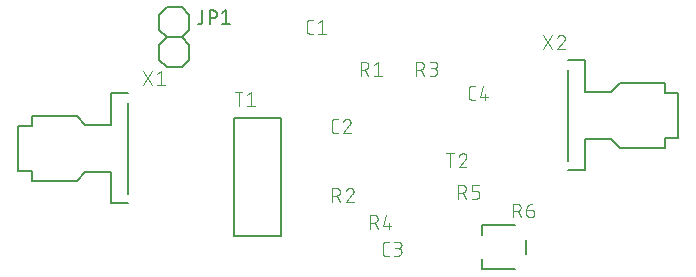
<source format=gbr>
G04 EAGLE Gerber RS-274X export*
G75*
%MOMM*%
%FSLAX34Y34*%
%LPD*%
%INSilkscreen Top*%
%IPPOS*%
%AMOC8*
5,1,8,0,0,1.08239X$1,22.5*%
G01*
%ADD10C,0.101600*%
%ADD11C,0.203200*%
%ADD12C,0.127000*%
%ADD13C,0.152400*%


D10*
X186756Y130048D02*
X184159Y130048D01*
X184060Y130050D01*
X183960Y130056D01*
X183861Y130065D01*
X183763Y130078D01*
X183665Y130095D01*
X183567Y130116D01*
X183471Y130141D01*
X183376Y130169D01*
X183282Y130201D01*
X183189Y130236D01*
X183097Y130275D01*
X183007Y130318D01*
X182919Y130363D01*
X182832Y130413D01*
X182748Y130465D01*
X182665Y130521D01*
X182585Y130579D01*
X182507Y130641D01*
X182432Y130706D01*
X182359Y130774D01*
X182289Y130844D01*
X182221Y130917D01*
X182156Y130992D01*
X182094Y131070D01*
X182036Y131150D01*
X181980Y131233D01*
X181928Y131317D01*
X181878Y131404D01*
X181833Y131492D01*
X181790Y131582D01*
X181751Y131674D01*
X181716Y131767D01*
X181684Y131861D01*
X181656Y131956D01*
X181631Y132052D01*
X181610Y132150D01*
X181593Y132248D01*
X181580Y132346D01*
X181571Y132445D01*
X181565Y132545D01*
X181563Y132644D01*
X181563Y139136D01*
X181565Y139235D01*
X181571Y139335D01*
X181580Y139434D01*
X181593Y139532D01*
X181610Y139630D01*
X181631Y139728D01*
X181656Y139824D01*
X181684Y139919D01*
X181716Y140013D01*
X181751Y140106D01*
X181790Y140198D01*
X181833Y140288D01*
X181878Y140376D01*
X181928Y140463D01*
X181980Y140547D01*
X182036Y140630D01*
X182094Y140710D01*
X182156Y140788D01*
X182221Y140863D01*
X182289Y140936D01*
X182359Y141006D01*
X182432Y141074D01*
X182507Y141139D01*
X182585Y141201D01*
X182665Y141259D01*
X182748Y141315D01*
X182832Y141367D01*
X182919Y141417D01*
X183007Y141462D01*
X183097Y141505D01*
X183189Y141544D01*
X183281Y141579D01*
X183376Y141611D01*
X183471Y141639D01*
X183567Y141664D01*
X183665Y141685D01*
X183763Y141702D01*
X183861Y141715D01*
X183960Y141724D01*
X184060Y141730D01*
X184159Y141732D01*
X186756Y141732D01*
X194691Y141732D02*
X194798Y141730D01*
X194904Y141724D01*
X195010Y141714D01*
X195116Y141701D01*
X195222Y141683D01*
X195326Y141662D01*
X195430Y141637D01*
X195533Y141608D01*
X195634Y141576D01*
X195734Y141539D01*
X195833Y141499D01*
X195931Y141456D01*
X196027Y141409D01*
X196121Y141358D01*
X196213Y141304D01*
X196303Y141247D01*
X196391Y141187D01*
X196476Y141123D01*
X196559Y141056D01*
X196640Y140986D01*
X196718Y140914D01*
X196794Y140838D01*
X196866Y140760D01*
X196936Y140679D01*
X197003Y140596D01*
X197067Y140511D01*
X197127Y140423D01*
X197184Y140333D01*
X197238Y140241D01*
X197289Y140147D01*
X197336Y140051D01*
X197379Y139953D01*
X197419Y139854D01*
X197456Y139754D01*
X197488Y139653D01*
X197517Y139550D01*
X197542Y139446D01*
X197563Y139342D01*
X197581Y139236D01*
X197594Y139130D01*
X197604Y139024D01*
X197610Y138918D01*
X197612Y138811D01*
X194691Y141732D02*
X194570Y141730D01*
X194449Y141724D01*
X194329Y141714D01*
X194208Y141701D01*
X194089Y141683D01*
X193969Y141662D01*
X193851Y141637D01*
X193734Y141608D01*
X193617Y141575D01*
X193502Y141539D01*
X193388Y141498D01*
X193275Y141455D01*
X193163Y141407D01*
X193054Y141356D01*
X192946Y141301D01*
X192839Y141243D01*
X192735Y141182D01*
X192633Y141117D01*
X192533Y141049D01*
X192435Y140978D01*
X192339Y140904D01*
X192246Y140827D01*
X192156Y140746D01*
X192068Y140663D01*
X191983Y140577D01*
X191900Y140488D01*
X191821Y140397D01*
X191744Y140303D01*
X191671Y140207D01*
X191601Y140109D01*
X191534Y140008D01*
X191470Y139905D01*
X191410Y139800D01*
X191353Y139693D01*
X191299Y139585D01*
X191249Y139475D01*
X191203Y139363D01*
X191160Y139250D01*
X191121Y139135D01*
X196639Y136539D02*
X196718Y136616D01*
X196794Y136697D01*
X196867Y136780D01*
X196937Y136865D01*
X197004Y136953D01*
X197068Y137043D01*
X197128Y137135D01*
X197185Y137230D01*
X197239Y137326D01*
X197290Y137424D01*
X197337Y137524D01*
X197381Y137626D01*
X197421Y137729D01*
X197457Y137833D01*
X197489Y137939D01*
X197518Y138045D01*
X197543Y138153D01*
X197565Y138261D01*
X197582Y138371D01*
X197596Y138480D01*
X197605Y138590D01*
X197611Y138701D01*
X197613Y138811D01*
X196638Y136539D02*
X191121Y130048D01*
X197612Y130048D01*
X227339Y25908D02*
X229936Y25908D01*
X227339Y25908D02*
X227240Y25910D01*
X227140Y25916D01*
X227041Y25925D01*
X226943Y25938D01*
X226845Y25955D01*
X226747Y25976D01*
X226651Y26001D01*
X226556Y26029D01*
X226462Y26061D01*
X226369Y26096D01*
X226277Y26135D01*
X226187Y26178D01*
X226099Y26223D01*
X226012Y26273D01*
X225928Y26325D01*
X225845Y26381D01*
X225765Y26439D01*
X225687Y26501D01*
X225612Y26566D01*
X225539Y26634D01*
X225469Y26704D01*
X225401Y26777D01*
X225336Y26852D01*
X225274Y26930D01*
X225216Y27010D01*
X225160Y27093D01*
X225108Y27177D01*
X225058Y27264D01*
X225013Y27352D01*
X224970Y27442D01*
X224931Y27534D01*
X224896Y27627D01*
X224864Y27721D01*
X224836Y27816D01*
X224811Y27912D01*
X224790Y28010D01*
X224773Y28108D01*
X224760Y28206D01*
X224751Y28305D01*
X224745Y28405D01*
X224743Y28504D01*
X224743Y34996D01*
X224745Y35095D01*
X224751Y35195D01*
X224760Y35294D01*
X224773Y35392D01*
X224790Y35490D01*
X224811Y35588D01*
X224836Y35684D01*
X224864Y35779D01*
X224896Y35873D01*
X224931Y35966D01*
X224970Y36058D01*
X225013Y36148D01*
X225058Y36236D01*
X225108Y36323D01*
X225160Y36407D01*
X225216Y36490D01*
X225274Y36570D01*
X225336Y36648D01*
X225401Y36723D01*
X225469Y36796D01*
X225539Y36866D01*
X225612Y36934D01*
X225687Y36999D01*
X225765Y37061D01*
X225845Y37119D01*
X225928Y37175D01*
X226012Y37227D01*
X226099Y37277D01*
X226187Y37322D01*
X226277Y37365D01*
X226369Y37404D01*
X226461Y37439D01*
X226556Y37471D01*
X226651Y37499D01*
X226747Y37524D01*
X226845Y37545D01*
X226943Y37562D01*
X227041Y37575D01*
X227140Y37584D01*
X227240Y37590D01*
X227339Y37592D01*
X229936Y37592D01*
X234301Y25908D02*
X237546Y25908D01*
X237659Y25910D01*
X237772Y25916D01*
X237885Y25926D01*
X237998Y25940D01*
X238110Y25957D01*
X238221Y25979D01*
X238331Y26004D01*
X238441Y26034D01*
X238549Y26067D01*
X238656Y26104D01*
X238762Y26144D01*
X238866Y26189D01*
X238969Y26237D01*
X239070Y26288D01*
X239169Y26343D01*
X239266Y26401D01*
X239361Y26463D01*
X239454Y26528D01*
X239544Y26596D01*
X239632Y26667D01*
X239718Y26742D01*
X239801Y26819D01*
X239881Y26899D01*
X239958Y26982D01*
X240033Y27068D01*
X240104Y27156D01*
X240172Y27246D01*
X240237Y27339D01*
X240299Y27434D01*
X240357Y27531D01*
X240412Y27630D01*
X240463Y27731D01*
X240511Y27834D01*
X240556Y27938D01*
X240596Y28044D01*
X240633Y28151D01*
X240666Y28259D01*
X240696Y28369D01*
X240721Y28479D01*
X240743Y28590D01*
X240760Y28702D01*
X240774Y28815D01*
X240784Y28928D01*
X240790Y29041D01*
X240792Y29154D01*
X240790Y29267D01*
X240784Y29380D01*
X240774Y29493D01*
X240760Y29606D01*
X240743Y29718D01*
X240721Y29829D01*
X240696Y29939D01*
X240666Y30049D01*
X240633Y30157D01*
X240596Y30264D01*
X240556Y30370D01*
X240511Y30474D01*
X240463Y30577D01*
X240412Y30678D01*
X240357Y30777D01*
X240299Y30874D01*
X240237Y30969D01*
X240172Y31062D01*
X240104Y31152D01*
X240033Y31240D01*
X239958Y31326D01*
X239881Y31409D01*
X239801Y31489D01*
X239718Y31566D01*
X239632Y31641D01*
X239544Y31712D01*
X239454Y31780D01*
X239361Y31845D01*
X239266Y31907D01*
X239169Y31965D01*
X239070Y32020D01*
X238969Y32071D01*
X238866Y32119D01*
X238762Y32164D01*
X238656Y32204D01*
X238549Y32241D01*
X238441Y32274D01*
X238331Y32304D01*
X238221Y32329D01*
X238110Y32351D01*
X237998Y32368D01*
X237885Y32382D01*
X237772Y32392D01*
X237659Y32398D01*
X237546Y32400D01*
X238196Y37592D02*
X234301Y37592D01*
X238196Y37592D02*
X238297Y37590D01*
X238397Y37584D01*
X238497Y37574D01*
X238597Y37561D01*
X238696Y37543D01*
X238795Y37522D01*
X238892Y37497D01*
X238989Y37468D01*
X239084Y37435D01*
X239178Y37399D01*
X239270Y37359D01*
X239361Y37316D01*
X239450Y37269D01*
X239537Y37219D01*
X239623Y37165D01*
X239706Y37108D01*
X239786Y37048D01*
X239865Y36985D01*
X239941Y36918D01*
X240014Y36849D01*
X240084Y36777D01*
X240152Y36703D01*
X240217Y36626D01*
X240278Y36546D01*
X240337Y36464D01*
X240392Y36380D01*
X240444Y36294D01*
X240493Y36206D01*
X240538Y36116D01*
X240580Y36024D01*
X240618Y35931D01*
X240652Y35836D01*
X240683Y35741D01*
X240710Y35644D01*
X240733Y35546D01*
X240753Y35447D01*
X240768Y35347D01*
X240780Y35247D01*
X240788Y35147D01*
X240792Y35046D01*
X240792Y34946D01*
X240788Y34845D01*
X240780Y34745D01*
X240768Y34645D01*
X240753Y34545D01*
X240733Y34446D01*
X240710Y34348D01*
X240683Y34251D01*
X240652Y34156D01*
X240618Y34061D01*
X240580Y33968D01*
X240538Y33876D01*
X240493Y33786D01*
X240444Y33698D01*
X240392Y33612D01*
X240337Y33528D01*
X240278Y33446D01*
X240217Y33366D01*
X240152Y33289D01*
X240084Y33215D01*
X240014Y33143D01*
X239941Y33074D01*
X239865Y33007D01*
X239786Y32944D01*
X239706Y32884D01*
X239623Y32827D01*
X239537Y32773D01*
X239450Y32723D01*
X239361Y32676D01*
X239270Y32633D01*
X239178Y32593D01*
X239084Y32557D01*
X238989Y32524D01*
X238892Y32495D01*
X238795Y32470D01*
X238696Y32449D01*
X238597Y32431D01*
X238497Y32418D01*
X238397Y32408D01*
X238297Y32402D01*
X238196Y32400D01*
X238196Y32399D02*
X235599Y32399D01*
X300284Y157988D02*
X302881Y157988D01*
X300284Y157988D02*
X300185Y157990D01*
X300085Y157996D01*
X299986Y158005D01*
X299888Y158018D01*
X299790Y158035D01*
X299692Y158056D01*
X299596Y158081D01*
X299501Y158109D01*
X299407Y158141D01*
X299314Y158176D01*
X299222Y158215D01*
X299132Y158258D01*
X299044Y158303D01*
X298957Y158353D01*
X298873Y158405D01*
X298790Y158461D01*
X298710Y158519D01*
X298632Y158581D01*
X298557Y158646D01*
X298484Y158714D01*
X298414Y158784D01*
X298346Y158857D01*
X298281Y158932D01*
X298219Y159010D01*
X298161Y159090D01*
X298105Y159173D01*
X298053Y159257D01*
X298003Y159344D01*
X297958Y159432D01*
X297915Y159522D01*
X297876Y159614D01*
X297841Y159707D01*
X297809Y159801D01*
X297781Y159896D01*
X297756Y159992D01*
X297735Y160090D01*
X297718Y160188D01*
X297705Y160286D01*
X297696Y160385D01*
X297690Y160485D01*
X297688Y160584D01*
X297688Y167076D01*
X297690Y167175D01*
X297696Y167275D01*
X297705Y167374D01*
X297718Y167472D01*
X297735Y167570D01*
X297756Y167668D01*
X297781Y167764D01*
X297809Y167859D01*
X297841Y167953D01*
X297876Y168046D01*
X297915Y168138D01*
X297958Y168228D01*
X298003Y168316D01*
X298053Y168403D01*
X298105Y168487D01*
X298161Y168570D01*
X298219Y168650D01*
X298281Y168728D01*
X298346Y168803D01*
X298414Y168876D01*
X298484Y168946D01*
X298557Y169014D01*
X298632Y169079D01*
X298710Y169141D01*
X298790Y169199D01*
X298873Y169255D01*
X298957Y169307D01*
X299044Y169357D01*
X299132Y169402D01*
X299222Y169445D01*
X299314Y169484D01*
X299406Y169519D01*
X299501Y169551D01*
X299596Y169579D01*
X299692Y169604D01*
X299790Y169625D01*
X299888Y169642D01*
X299986Y169655D01*
X300085Y169664D01*
X300185Y169670D01*
X300284Y169672D01*
X302881Y169672D01*
X309843Y169672D02*
X307246Y160584D01*
X313737Y160584D01*
X311790Y163181D02*
X311790Y157988D01*
X206248Y178308D02*
X206248Y189992D01*
X209494Y189992D01*
X209607Y189990D01*
X209720Y189984D01*
X209833Y189974D01*
X209946Y189960D01*
X210058Y189943D01*
X210169Y189921D01*
X210279Y189896D01*
X210389Y189866D01*
X210497Y189833D01*
X210604Y189796D01*
X210710Y189756D01*
X210814Y189711D01*
X210917Y189663D01*
X211018Y189612D01*
X211117Y189557D01*
X211214Y189499D01*
X211309Y189437D01*
X211402Y189372D01*
X211492Y189304D01*
X211580Y189233D01*
X211666Y189158D01*
X211749Y189081D01*
X211829Y189001D01*
X211906Y188918D01*
X211981Y188832D01*
X212052Y188744D01*
X212120Y188654D01*
X212185Y188561D01*
X212247Y188466D01*
X212305Y188369D01*
X212360Y188270D01*
X212411Y188169D01*
X212459Y188066D01*
X212504Y187962D01*
X212544Y187856D01*
X212581Y187749D01*
X212614Y187641D01*
X212644Y187531D01*
X212669Y187421D01*
X212691Y187310D01*
X212708Y187198D01*
X212722Y187085D01*
X212732Y186972D01*
X212738Y186859D01*
X212740Y186746D01*
X212738Y186633D01*
X212732Y186520D01*
X212722Y186407D01*
X212708Y186294D01*
X212691Y186182D01*
X212669Y186071D01*
X212644Y185961D01*
X212614Y185851D01*
X212581Y185743D01*
X212544Y185636D01*
X212504Y185530D01*
X212459Y185426D01*
X212411Y185323D01*
X212360Y185222D01*
X212305Y185123D01*
X212247Y185026D01*
X212185Y184931D01*
X212120Y184838D01*
X212052Y184748D01*
X211981Y184660D01*
X211906Y184574D01*
X211829Y184491D01*
X211749Y184411D01*
X211666Y184334D01*
X211580Y184259D01*
X211492Y184188D01*
X211402Y184120D01*
X211309Y184055D01*
X211214Y183993D01*
X211117Y183935D01*
X211018Y183880D01*
X210917Y183829D01*
X210814Y183781D01*
X210710Y183736D01*
X210604Y183696D01*
X210497Y183659D01*
X210389Y183626D01*
X210279Y183596D01*
X210169Y183571D01*
X210058Y183549D01*
X209946Y183532D01*
X209833Y183518D01*
X209720Y183508D01*
X209607Y183502D01*
X209494Y183500D01*
X209494Y183501D02*
X206248Y183501D01*
X210143Y183501D02*
X212739Y178308D01*
X217604Y187396D02*
X220850Y189992D01*
X220850Y178308D01*
X224095Y178308D02*
X217604Y178308D01*
X182305Y83312D02*
X182305Y71628D01*
X182305Y83312D02*
X185550Y83312D01*
X185663Y83310D01*
X185776Y83304D01*
X185889Y83294D01*
X186002Y83280D01*
X186114Y83263D01*
X186225Y83241D01*
X186335Y83216D01*
X186445Y83186D01*
X186553Y83153D01*
X186660Y83116D01*
X186766Y83076D01*
X186870Y83031D01*
X186973Y82983D01*
X187074Y82932D01*
X187173Y82877D01*
X187270Y82819D01*
X187365Y82757D01*
X187458Y82692D01*
X187548Y82624D01*
X187636Y82553D01*
X187722Y82478D01*
X187805Y82401D01*
X187885Y82321D01*
X187962Y82238D01*
X188037Y82152D01*
X188108Y82064D01*
X188176Y81974D01*
X188241Y81881D01*
X188303Y81786D01*
X188361Y81689D01*
X188416Y81590D01*
X188467Y81489D01*
X188515Y81386D01*
X188560Y81282D01*
X188600Y81176D01*
X188637Y81069D01*
X188670Y80961D01*
X188700Y80851D01*
X188725Y80741D01*
X188747Y80630D01*
X188764Y80518D01*
X188778Y80405D01*
X188788Y80292D01*
X188794Y80179D01*
X188796Y80066D01*
X188794Y79953D01*
X188788Y79840D01*
X188778Y79727D01*
X188764Y79614D01*
X188747Y79502D01*
X188725Y79391D01*
X188700Y79281D01*
X188670Y79171D01*
X188637Y79063D01*
X188600Y78956D01*
X188560Y78850D01*
X188515Y78746D01*
X188467Y78643D01*
X188416Y78542D01*
X188361Y78443D01*
X188303Y78346D01*
X188241Y78251D01*
X188176Y78158D01*
X188108Y78068D01*
X188037Y77980D01*
X187962Y77894D01*
X187885Y77811D01*
X187805Y77731D01*
X187722Y77654D01*
X187636Y77579D01*
X187548Y77508D01*
X187458Y77440D01*
X187365Y77375D01*
X187270Y77313D01*
X187173Y77255D01*
X187074Y77200D01*
X186973Y77149D01*
X186870Y77101D01*
X186766Y77056D01*
X186660Y77016D01*
X186553Y76979D01*
X186445Y76946D01*
X186335Y76916D01*
X186225Y76891D01*
X186114Y76869D01*
X186002Y76852D01*
X185889Y76838D01*
X185776Y76828D01*
X185663Y76822D01*
X185550Y76820D01*
X185550Y76821D02*
X182305Y76821D01*
X186199Y76821D02*
X188796Y71628D01*
X200152Y80391D02*
X200150Y80498D01*
X200144Y80604D01*
X200134Y80710D01*
X200121Y80816D01*
X200103Y80922D01*
X200082Y81026D01*
X200057Y81130D01*
X200028Y81233D01*
X199996Y81334D01*
X199959Y81434D01*
X199919Y81533D01*
X199876Y81631D01*
X199829Y81727D01*
X199778Y81821D01*
X199724Y81913D01*
X199667Y82003D01*
X199607Y82091D01*
X199543Y82176D01*
X199476Y82259D01*
X199406Y82340D01*
X199334Y82418D01*
X199258Y82494D01*
X199180Y82566D01*
X199099Y82636D01*
X199016Y82703D01*
X198931Y82767D01*
X198843Y82827D01*
X198753Y82884D01*
X198661Y82938D01*
X198567Y82989D01*
X198471Y83036D01*
X198373Y83079D01*
X198274Y83119D01*
X198174Y83156D01*
X198073Y83188D01*
X197970Y83217D01*
X197866Y83242D01*
X197762Y83263D01*
X197656Y83281D01*
X197550Y83294D01*
X197444Y83304D01*
X197338Y83310D01*
X197231Y83312D01*
X197110Y83310D01*
X196989Y83304D01*
X196869Y83294D01*
X196748Y83281D01*
X196629Y83263D01*
X196509Y83242D01*
X196391Y83217D01*
X196274Y83188D01*
X196157Y83155D01*
X196042Y83119D01*
X195928Y83078D01*
X195815Y83035D01*
X195703Y82987D01*
X195594Y82936D01*
X195486Y82881D01*
X195379Y82823D01*
X195275Y82762D01*
X195173Y82697D01*
X195073Y82629D01*
X194975Y82558D01*
X194879Y82484D01*
X194786Y82407D01*
X194696Y82326D01*
X194608Y82243D01*
X194523Y82157D01*
X194440Y82068D01*
X194361Y81977D01*
X194284Y81883D01*
X194211Y81787D01*
X194141Y81689D01*
X194074Y81588D01*
X194010Y81485D01*
X193950Y81380D01*
X193893Y81273D01*
X193839Y81165D01*
X193789Y81055D01*
X193743Y80943D01*
X193700Y80830D01*
X193661Y80715D01*
X199179Y78119D02*
X199258Y78196D01*
X199334Y78277D01*
X199407Y78360D01*
X199477Y78445D01*
X199544Y78533D01*
X199608Y78623D01*
X199668Y78715D01*
X199725Y78810D01*
X199779Y78906D01*
X199830Y79004D01*
X199877Y79104D01*
X199921Y79206D01*
X199961Y79309D01*
X199997Y79413D01*
X200029Y79519D01*
X200058Y79625D01*
X200083Y79733D01*
X200105Y79841D01*
X200122Y79951D01*
X200136Y80060D01*
X200145Y80170D01*
X200151Y80281D01*
X200153Y80391D01*
X199178Y78119D02*
X193661Y71628D01*
X200152Y71628D01*
X253238Y178308D02*
X253238Y189992D01*
X256484Y189992D01*
X256597Y189990D01*
X256710Y189984D01*
X256823Y189974D01*
X256936Y189960D01*
X257048Y189943D01*
X257159Y189921D01*
X257269Y189896D01*
X257379Y189866D01*
X257487Y189833D01*
X257594Y189796D01*
X257700Y189756D01*
X257804Y189711D01*
X257907Y189663D01*
X258008Y189612D01*
X258107Y189557D01*
X258204Y189499D01*
X258299Y189437D01*
X258392Y189372D01*
X258482Y189304D01*
X258570Y189233D01*
X258656Y189158D01*
X258739Y189081D01*
X258819Y189001D01*
X258896Y188918D01*
X258971Y188832D01*
X259042Y188744D01*
X259110Y188654D01*
X259175Y188561D01*
X259237Y188466D01*
X259295Y188369D01*
X259350Y188270D01*
X259401Y188169D01*
X259449Y188066D01*
X259494Y187962D01*
X259534Y187856D01*
X259571Y187749D01*
X259604Y187641D01*
X259634Y187531D01*
X259659Y187421D01*
X259681Y187310D01*
X259698Y187198D01*
X259712Y187085D01*
X259722Y186972D01*
X259728Y186859D01*
X259730Y186746D01*
X259728Y186633D01*
X259722Y186520D01*
X259712Y186407D01*
X259698Y186294D01*
X259681Y186182D01*
X259659Y186071D01*
X259634Y185961D01*
X259604Y185851D01*
X259571Y185743D01*
X259534Y185636D01*
X259494Y185530D01*
X259449Y185426D01*
X259401Y185323D01*
X259350Y185222D01*
X259295Y185123D01*
X259237Y185026D01*
X259175Y184931D01*
X259110Y184838D01*
X259042Y184748D01*
X258971Y184660D01*
X258896Y184574D01*
X258819Y184491D01*
X258739Y184411D01*
X258656Y184334D01*
X258570Y184259D01*
X258482Y184188D01*
X258392Y184120D01*
X258299Y184055D01*
X258204Y183993D01*
X258107Y183935D01*
X258008Y183880D01*
X257907Y183829D01*
X257804Y183781D01*
X257700Y183736D01*
X257594Y183696D01*
X257487Y183659D01*
X257379Y183626D01*
X257269Y183596D01*
X257159Y183571D01*
X257048Y183549D01*
X256936Y183532D01*
X256823Y183518D01*
X256710Y183508D01*
X256597Y183502D01*
X256484Y183500D01*
X256484Y183501D02*
X253238Y183501D01*
X257133Y183501D02*
X259729Y178308D01*
X264594Y178308D02*
X267840Y178308D01*
X267953Y178310D01*
X268066Y178316D01*
X268179Y178326D01*
X268292Y178340D01*
X268404Y178357D01*
X268515Y178379D01*
X268625Y178404D01*
X268735Y178434D01*
X268843Y178467D01*
X268950Y178504D01*
X269056Y178544D01*
X269160Y178589D01*
X269263Y178637D01*
X269364Y178688D01*
X269463Y178743D01*
X269560Y178801D01*
X269655Y178863D01*
X269748Y178928D01*
X269838Y178996D01*
X269926Y179067D01*
X270012Y179142D01*
X270095Y179219D01*
X270175Y179299D01*
X270252Y179382D01*
X270327Y179468D01*
X270398Y179556D01*
X270466Y179646D01*
X270531Y179739D01*
X270593Y179834D01*
X270651Y179931D01*
X270706Y180030D01*
X270757Y180131D01*
X270805Y180234D01*
X270850Y180338D01*
X270890Y180444D01*
X270927Y180551D01*
X270960Y180659D01*
X270990Y180769D01*
X271015Y180879D01*
X271037Y180990D01*
X271054Y181102D01*
X271068Y181215D01*
X271078Y181328D01*
X271084Y181441D01*
X271086Y181554D01*
X271084Y181667D01*
X271078Y181780D01*
X271068Y181893D01*
X271054Y182006D01*
X271037Y182118D01*
X271015Y182229D01*
X270990Y182339D01*
X270960Y182449D01*
X270927Y182557D01*
X270890Y182664D01*
X270850Y182770D01*
X270805Y182874D01*
X270757Y182977D01*
X270706Y183078D01*
X270651Y183177D01*
X270593Y183274D01*
X270531Y183369D01*
X270466Y183462D01*
X270398Y183552D01*
X270327Y183640D01*
X270252Y183726D01*
X270175Y183809D01*
X270095Y183889D01*
X270012Y183966D01*
X269926Y184041D01*
X269838Y184112D01*
X269748Y184180D01*
X269655Y184245D01*
X269560Y184307D01*
X269463Y184365D01*
X269364Y184420D01*
X269263Y184471D01*
X269160Y184519D01*
X269056Y184564D01*
X268950Y184604D01*
X268843Y184641D01*
X268735Y184674D01*
X268625Y184704D01*
X268515Y184729D01*
X268404Y184751D01*
X268292Y184768D01*
X268179Y184782D01*
X268066Y184792D01*
X267953Y184798D01*
X267840Y184800D01*
X268489Y189992D02*
X264594Y189992D01*
X268489Y189992D02*
X268590Y189990D01*
X268690Y189984D01*
X268790Y189974D01*
X268890Y189961D01*
X268989Y189943D01*
X269088Y189922D01*
X269185Y189897D01*
X269282Y189868D01*
X269377Y189835D01*
X269471Y189799D01*
X269563Y189759D01*
X269654Y189716D01*
X269743Y189669D01*
X269830Y189619D01*
X269916Y189565D01*
X269999Y189508D01*
X270079Y189448D01*
X270158Y189385D01*
X270234Y189318D01*
X270307Y189249D01*
X270377Y189177D01*
X270445Y189103D01*
X270510Y189026D01*
X270571Y188946D01*
X270630Y188864D01*
X270685Y188780D01*
X270737Y188694D01*
X270786Y188606D01*
X270831Y188516D01*
X270873Y188424D01*
X270911Y188331D01*
X270945Y188236D01*
X270976Y188141D01*
X271003Y188044D01*
X271026Y187946D01*
X271046Y187847D01*
X271061Y187747D01*
X271073Y187647D01*
X271081Y187547D01*
X271085Y187446D01*
X271085Y187346D01*
X271081Y187245D01*
X271073Y187145D01*
X271061Y187045D01*
X271046Y186945D01*
X271026Y186846D01*
X271003Y186748D01*
X270976Y186651D01*
X270945Y186556D01*
X270911Y186461D01*
X270873Y186368D01*
X270831Y186276D01*
X270786Y186186D01*
X270737Y186098D01*
X270685Y186012D01*
X270630Y185928D01*
X270571Y185846D01*
X270510Y185766D01*
X270445Y185689D01*
X270377Y185615D01*
X270307Y185543D01*
X270234Y185474D01*
X270158Y185407D01*
X270079Y185344D01*
X269999Y185284D01*
X269916Y185227D01*
X269830Y185173D01*
X269743Y185123D01*
X269654Y185076D01*
X269563Y185033D01*
X269471Y184993D01*
X269377Y184957D01*
X269282Y184924D01*
X269185Y184895D01*
X269088Y184870D01*
X268989Y184849D01*
X268890Y184831D01*
X268790Y184818D01*
X268690Y184808D01*
X268590Y184802D01*
X268489Y184800D01*
X268489Y184799D02*
X265893Y184799D01*
X214055Y60452D02*
X214055Y48768D01*
X214055Y60452D02*
X217300Y60452D01*
X217413Y60450D01*
X217526Y60444D01*
X217639Y60434D01*
X217752Y60420D01*
X217864Y60403D01*
X217975Y60381D01*
X218085Y60356D01*
X218195Y60326D01*
X218303Y60293D01*
X218410Y60256D01*
X218516Y60216D01*
X218620Y60171D01*
X218723Y60123D01*
X218824Y60072D01*
X218923Y60017D01*
X219020Y59959D01*
X219115Y59897D01*
X219208Y59832D01*
X219298Y59764D01*
X219386Y59693D01*
X219472Y59618D01*
X219555Y59541D01*
X219635Y59461D01*
X219712Y59378D01*
X219787Y59292D01*
X219858Y59204D01*
X219926Y59114D01*
X219991Y59021D01*
X220053Y58926D01*
X220111Y58829D01*
X220166Y58730D01*
X220217Y58629D01*
X220265Y58526D01*
X220310Y58422D01*
X220350Y58316D01*
X220387Y58209D01*
X220420Y58101D01*
X220450Y57991D01*
X220475Y57881D01*
X220497Y57770D01*
X220514Y57658D01*
X220528Y57545D01*
X220538Y57432D01*
X220544Y57319D01*
X220546Y57206D01*
X220544Y57093D01*
X220538Y56980D01*
X220528Y56867D01*
X220514Y56754D01*
X220497Y56642D01*
X220475Y56531D01*
X220450Y56421D01*
X220420Y56311D01*
X220387Y56203D01*
X220350Y56096D01*
X220310Y55990D01*
X220265Y55886D01*
X220217Y55783D01*
X220166Y55682D01*
X220111Y55583D01*
X220053Y55486D01*
X219991Y55391D01*
X219926Y55298D01*
X219858Y55208D01*
X219787Y55120D01*
X219712Y55034D01*
X219635Y54951D01*
X219555Y54871D01*
X219472Y54794D01*
X219386Y54719D01*
X219298Y54648D01*
X219208Y54580D01*
X219115Y54515D01*
X219020Y54453D01*
X218923Y54395D01*
X218824Y54340D01*
X218723Y54289D01*
X218620Y54241D01*
X218516Y54196D01*
X218410Y54156D01*
X218303Y54119D01*
X218195Y54086D01*
X218085Y54056D01*
X217975Y54031D01*
X217864Y54009D01*
X217752Y53992D01*
X217639Y53978D01*
X217526Y53968D01*
X217413Y53962D01*
X217300Y53960D01*
X217300Y53961D02*
X214055Y53961D01*
X217949Y53961D02*
X220546Y48768D01*
X225411Y51364D02*
X228007Y60452D01*
X225411Y51364D02*
X231902Y51364D01*
X229955Y53961D02*
X229955Y48768D01*
X288798Y74168D02*
X288798Y85852D01*
X292044Y85852D01*
X292157Y85850D01*
X292270Y85844D01*
X292383Y85834D01*
X292496Y85820D01*
X292608Y85803D01*
X292719Y85781D01*
X292829Y85756D01*
X292939Y85726D01*
X293047Y85693D01*
X293154Y85656D01*
X293260Y85616D01*
X293364Y85571D01*
X293467Y85523D01*
X293568Y85472D01*
X293667Y85417D01*
X293764Y85359D01*
X293859Y85297D01*
X293952Y85232D01*
X294042Y85164D01*
X294130Y85093D01*
X294216Y85018D01*
X294299Y84941D01*
X294379Y84861D01*
X294456Y84778D01*
X294531Y84692D01*
X294602Y84604D01*
X294670Y84514D01*
X294735Y84421D01*
X294797Y84326D01*
X294855Y84229D01*
X294910Y84130D01*
X294961Y84029D01*
X295009Y83926D01*
X295054Y83822D01*
X295094Y83716D01*
X295131Y83609D01*
X295164Y83501D01*
X295194Y83391D01*
X295219Y83281D01*
X295241Y83170D01*
X295258Y83058D01*
X295272Y82945D01*
X295282Y82832D01*
X295288Y82719D01*
X295290Y82606D01*
X295288Y82493D01*
X295282Y82380D01*
X295272Y82267D01*
X295258Y82154D01*
X295241Y82042D01*
X295219Y81931D01*
X295194Y81821D01*
X295164Y81711D01*
X295131Y81603D01*
X295094Y81496D01*
X295054Y81390D01*
X295009Y81286D01*
X294961Y81183D01*
X294910Y81082D01*
X294855Y80983D01*
X294797Y80886D01*
X294735Y80791D01*
X294670Y80698D01*
X294602Y80608D01*
X294531Y80520D01*
X294456Y80434D01*
X294379Y80351D01*
X294299Y80271D01*
X294216Y80194D01*
X294130Y80119D01*
X294042Y80048D01*
X293952Y79980D01*
X293859Y79915D01*
X293764Y79853D01*
X293667Y79795D01*
X293568Y79740D01*
X293467Y79689D01*
X293364Y79641D01*
X293260Y79596D01*
X293154Y79556D01*
X293047Y79519D01*
X292939Y79486D01*
X292829Y79456D01*
X292719Y79431D01*
X292608Y79409D01*
X292496Y79392D01*
X292383Y79378D01*
X292270Y79368D01*
X292157Y79362D01*
X292044Y79360D01*
X292044Y79361D02*
X288798Y79361D01*
X292693Y79361D02*
X295289Y74168D01*
X300154Y74168D02*
X304049Y74168D01*
X304148Y74170D01*
X304248Y74176D01*
X304347Y74185D01*
X304445Y74198D01*
X304543Y74215D01*
X304641Y74236D01*
X304737Y74261D01*
X304832Y74289D01*
X304926Y74321D01*
X305019Y74356D01*
X305111Y74395D01*
X305201Y74438D01*
X305289Y74483D01*
X305376Y74533D01*
X305460Y74585D01*
X305543Y74641D01*
X305623Y74699D01*
X305701Y74761D01*
X305776Y74826D01*
X305849Y74894D01*
X305919Y74964D01*
X305987Y75037D01*
X306052Y75112D01*
X306114Y75190D01*
X306172Y75270D01*
X306228Y75353D01*
X306280Y75437D01*
X306330Y75524D01*
X306375Y75612D01*
X306418Y75702D01*
X306457Y75794D01*
X306492Y75887D01*
X306524Y75981D01*
X306552Y76076D01*
X306577Y76172D01*
X306598Y76270D01*
X306615Y76368D01*
X306628Y76466D01*
X306637Y76565D01*
X306643Y76665D01*
X306645Y76764D01*
X306645Y78063D01*
X306643Y78162D01*
X306637Y78262D01*
X306628Y78361D01*
X306615Y78459D01*
X306598Y78557D01*
X306577Y78655D01*
X306552Y78751D01*
X306524Y78846D01*
X306492Y78940D01*
X306457Y79033D01*
X306418Y79125D01*
X306375Y79215D01*
X306330Y79303D01*
X306280Y79390D01*
X306228Y79474D01*
X306172Y79557D01*
X306114Y79637D01*
X306052Y79715D01*
X305987Y79790D01*
X305919Y79863D01*
X305849Y79933D01*
X305776Y80001D01*
X305701Y80066D01*
X305623Y80128D01*
X305543Y80186D01*
X305460Y80242D01*
X305376Y80294D01*
X305289Y80344D01*
X305201Y80389D01*
X305111Y80432D01*
X305019Y80471D01*
X304926Y80506D01*
X304832Y80538D01*
X304737Y80566D01*
X304641Y80591D01*
X304543Y80612D01*
X304445Y80629D01*
X304347Y80642D01*
X304248Y80651D01*
X304148Y80657D01*
X304049Y80659D01*
X300154Y80659D01*
X300154Y85852D01*
X306645Y85852D01*
D11*
X309160Y14520D02*
X336635Y14520D01*
X309160Y14520D02*
X309160Y22945D01*
X309160Y51520D02*
X336635Y51520D01*
X309160Y51520D02*
X309160Y43095D01*
X346160Y38820D02*
X346160Y27220D01*
D10*
X335153Y58293D02*
X335153Y69977D01*
X338399Y69977D01*
X338512Y69975D01*
X338625Y69969D01*
X338738Y69959D01*
X338851Y69945D01*
X338963Y69928D01*
X339074Y69906D01*
X339184Y69881D01*
X339294Y69851D01*
X339402Y69818D01*
X339509Y69781D01*
X339615Y69741D01*
X339719Y69696D01*
X339822Y69648D01*
X339923Y69597D01*
X340022Y69542D01*
X340119Y69484D01*
X340214Y69422D01*
X340307Y69357D01*
X340397Y69289D01*
X340485Y69218D01*
X340571Y69143D01*
X340654Y69066D01*
X340734Y68986D01*
X340811Y68903D01*
X340886Y68817D01*
X340957Y68729D01*
X341025Y68639D01*
X341090Y68546D01*
X341152Y68451D01*
X341210Y68354D01*
X341265Y68255D01*
X341316Y68154D01*
X341364Y68051D01*
X341409Y67947D01*
X341449Y67841D01*
X341486Y67734D01*
X341519Y67626D01*
X341549Y67516D01*
X341574Y67406D01*
X341596Y67295D01*
X341613Y67183D01*
X341627Y67070D01*
X341637Y66957D01*
X341643Y66844D01*
X341645Y66731D01*
X341643Y66618D01*
X341637Y66505D01*
X341627Y66392D01*
X341613Y66279D01*
X341596Y66167D01*
X341574Y66056D01*
X341549Y65946D01*
X341519Y65836D01*
X341486Y65728D01*
X341449Y65621D01*
X341409Y65515D01*
X341364Y65411D01*
X341316Y65308D01*
X341265Y65207D01*
X341210Y65108D01*
X341152Y65011D01*
X341090Y64916D01*
X341025Y64823D01*
X340957Y64733D01*
X340886Y64645D01*
X340811Y64559D01*
X340734Y64476D01*
X340654Y64396D01*
X340571Y64319D01*
X340485Y64244D01*
X340397Y64173D01*
X340307Y64105D01*
X340214Y64040D01*
X340119Y63978D01*
X340022Y63920D01*
X339923Y63865D01*
X339822Y63814D01*
X339719Y63766D01*
X339615Y63721D01*
X339509Y63681D01*
X339402Y63644D01*
X339294Y63611D01*
X339184Y63581D01*
X339074Y63556D01*
X338963Y63534D01*
X338851Y63517D01*
X338738Y63503D01*
X338625Y63493D01*
X338512Y63487D01*
X338399Y63485D01*
X338399Y63486D02*
X335153Y63486D01*
X339048Y63486D02*
X341644Y58293D01*
X346509Y64784D02*
X350404Y64784D01*
X350503Y64782D01*
X350603Y64776D01*
X350702Y64767D01*
X350800Y64754D01*
X350898Y64737D01*
X350996Y64716D01*
X351092Y64691D01*
X351187Y64663D01*
X351281Y64631D01*
X351374Y64596D01*
X351466Y64557D01*
X351556Y64514D01*
X351644Y64469D01*
X351731Y64419D01*
X351815Y64367D01*
X351898Y64311D01*
X351978Y64253D01*
X352056Y64191D01*
X352131Y64126D01*
X352204Y64058D01*
X352274Y63988D01*
X352342Y63915D01*
X352407Y63840D01*
X352469Y63762D01*
X352527Y63682D01*
X352583Y63599D01*
X352635Y63515D01*
X352685Y63428D01*
X352730Y63340D01*
X352773Y63250D01*
X352812Y63158D01*
X352847Y63065D01*
X352879Y62971D01*
X352907Y62876D01*
X352932Y62780D01*
X352953Y62682D01*
X352970Y62584D01*
X352983Y62486D01*
X352992Y62387D01*
X352998Y62287D01*
X353000Y62188D01*
X353000Y61539D01*
X353001Y61539D02*
X352999Y61426D01*
X352993Y61313D01*
X352983Y61200D01*
X352969Y61087D01*
X352952Y60975D01*
X352930Y60864D01*
X352905Y60754D01*
X352875Y60644D01*
X352842Y60536D01*
X352805Y60429D01*
X352765Y60323D01*
X352720Y60219D01*
X352672Y60116D01*
X352621Y60015D01*
X352566Y59916D01*
X352508Y59819D01*
X352446Y59724D01*
X352381Y59631D01*
X352313Y59541D01*
X352242Y59453D01*
X352167Y59367D01*
X352090Y59284D01*
X352010Y59204D01*
X351927Y59127D01*
X351841Y59052D01*
X351753Y58981D01*
X351663Y58913D01*
X351570Y58848D01*
X351475Y58786D01*
X351378Y58728D01*
X351279Y58673D01*
X351178Y58622D01*
X351075Y58574D01*
X350971Y58529D01*
X350865Y58489D01*
X350758Y58452D01*
X350650Y58419D01*
X350540Y58389D01*
X350430Y58364D01*
X350319Y58342D01*
X350207Y58325D01*
X350094Y58311D01*
X349981Y58301D01*
X349868Y58295D01*
X349755Y58293D01*
X349642Y58295D01*
X349529Y58301D01*
X349416Y58311D01*
X349303Y58325D01*
X349191Y58342D01*
X349080Y58364D01*
X348970Y58389D01*
X348860Y58419D01*
X348752Y58452D01*
X348645Y58489D01*
X348539Y58529D01*
X348435Y58574D01*
X348332Y58622D01*
X348231Y58673D01*
X348132Y58728D01*
X348035Y58786D01*
X347940Y58848D01*
X347847Y58913D01*
X347757Y58981D01*
X347669Y59052D01*
X347583Y59127D01*
X347500Y59204D01*
X347420Y59284D01*
X347343Y59367D01*
X347268Y59453D01*
X347197Y59541D01*
X347129Y59631D01*
X347064Y59724D01*
X347002Y59819D01*
X346944Y59916D01*
X346889Y60015D01*
X346838Y60116D01*
X346790Y60219D01*
X346745Y60323D01*
X346705Y60429D01*
X346668Y60536D01*
X346635Y60644D01*
X346605Y60754D01*
X346580Y60864D01*
X346558Y60975D01*
X346541Y61087D01*
X346527Y61200D01*
X346517Y61313D01*
X346511Y61426D01*
X346509Y61539D01*
X346509Y64784D01*
X346511Y64927D01*
X346517Y65070D01*
X346527Y65213D01*
X346541Y65355D01*
X346558Y65497D01*
X346580Y65639D01*
X346605Y65780D01*
X346635Y65920D01*
X346668Y66059D01*
X346705Y66197D01*
X346746Y66334D01*
X346790Y66470D01*
X346839Y66605D01*
X346891Y66738D01*
X346946Y66870D01*
X347006Y67000D01*
X347069Y67129D01*
X347135Y67256D01*
X347205Y67380D01*
X347278Y67503D01*
X347355Y67624D01*
X347435Y67743D01*
X347518Y67859D01*
X347604Y67974D01*
X347693Y68085D01*
X347786Y68195D01*
X347881Y68301D01*
X347980Y68405D01*
X348081Y68506D01*
X348185Y68605D01*
X348291Y68700D01*
X348401Y68793D01*
X348512Y68882D01*
X348627Y68968D01*
X348743Y69051D01*
X348862Y69131D01*
X348983Y69208D01*
X349105Y69281D01*
X349230Y69351D01*
X349357Y69417D01*
X349486Y69480D01*
X349616Y69540D01*
X349748Y69595D01*
X349881Y69647D01*
X350016Y69696D01*
X350152Y69740D01*
X350289Y69781D01*
X350427Y69818D01*
X350566Y69851D01*
X350706Y69881D01*
X350847Y69906D01*
X350989Y69928D01*
X351131Y69945D01*
X351273Y69959D01*
X351416Y69969D01*
X351559Y69975D01*
X351702Y69977D01*
D12*
X99060Y42240D02*
X99060Y142240D01*
X139060Y142240D01*
X139060Y42240D01*
X99060Y42240D01*
D10*
X102814Y152908D02*
X102814Y164592D01*
X106059Y164592D02*
X99568Y164592D01*
X110236Y161996D02*
X113482Y164592D01*
X113482Y152908D01*
X116727Y152908D02*
X110236Y152908D01*
X281884Y112522D02*
X281884Y100838D01*
X278638Y112522D02*
X285129Y112522D01*
X292876Y112522D02*
X292983Y112520D01*
X293089Y112514D01*
X293195Y112504D01*
X293301Y112491D01*
X293407Y112473D01*
X293511Y112452D01*
X293615Y112427D01*
X293718Y112398D01*
X293819Y112366D01*
X293919Y112329D01*
X294018Y112289D01*
X294116Y112246D01*
X294212Y112199D01*
X294306Y112148D01*
X294398Y112094D01*
X294488Y112037D01*
X294576Y111977D01*
X294661Y111913D01*
X294744Y111846D01*
X294825Y111776D01*
X294903Y111704D01*
X294979Y111628D01*
X295051Y111550D01*
X295121Y111469D01*
X295188Y111386D01*
X295252Y111301D01*
X295312Y111213D01*
X295369Y111123D01*
X295423Y111031D01*
X295474Y110937D01*
X295521Y110841D01*
X295564Y110743D01*
X295604Y110644D01*
X295641Y110544D01*
X295673Y110443D01*
X295702Y110340D01*
X295727Y110236D01*
X295748Y110132D01*
X295766Y110026D01*
X295779Y109920D01*
X295789Y109814D01*
X295795Y109708D01*
X295797Y109601D01*
X292876Y112522D02*
X292755Y112520D01*
X292634Y112514D01*
X292514Y112504D01*
X292393Y112491D01*
X292274Y112473D01*
X292154Y112452D01*
X292036Y112427D01*
X291919Y112398D01*
X291802Y112365D01*
X291687Y112329D01*
X291573Y112288D01*
X291460Y112245D01*
X291348Y112197D01*
X291239Y112146D01*
X291131Y112091D01*
X291024Y112033D01*
X290920Y111972D01*
X290818Y111907D01*
X290718Y111839D01*
X290620Y111768D01*
X290524Y111694D01*
X290431Y111617D01*
X290341Y111536D01*
X290253Y111453D01*
X290168Y111367D01*
X290085Y111278D01*
X290006Y111187D01*
X289929Y111093D01*
X289856Y110997D01*
X289786Y110899D01*
X289719Y110798D01*
X289655Y110695D01*
X289595Y110590D01*
X289538Y110483D01*
X289484Y110375D01*
X289434Y110265D01*
X289388Y110153D01*
X289345Y110040D01*
X289306Y109925D01*
X294824Y107329D02*
X294903Y107406D01*
X294979Y107487D01*
X295052Y107570D01*
X295122Y107655D01*
X295189Y107743D01*
X295253Y107833D01*
X295313Y107925D01*
X295370Y108020D01*
X295424Y108116D01*
X295475Y108214D01*
X295522Y108314D01*
X295566Y108416D01*
X295606Y108519D01*
X295642Y108623D01*
X295674Y108729D01*
X295703Y108835D01*
X295728Y108943D01*
X295750Y109051D01*
X295767Y109161D01*
X295781Y109270D01*
X295790Y109380D01*
X295796Y109491D01*
X295798Y109601D01*
X294823Y107329D02*
X289306Y100838D01*
X295797Y100838D01*
D11*
X-5340Y96840D02*
X-5340Y70340D01*
X-5340Y96840D02*
X-26840Y96840D01*
X-34340Y89340D01*
X-72340Y89340D01*
X-72340Y97840D01*
X-84090Y97840D01*
X-84090Y135840D01*
X-72340Y135840D01*
X-72340Y144340D01*
X-34340Y144340D01*
X-26840Y136840D01*
X-5340Y136840D01*
X-5340Y163340D01*
X9160Y155340D02*
X9160Y78340D01*
X9160Y163340D02*
X-5340Y163340D01*
X-5340Y70340D02*
X9160Y70340D01*
D10*
X22098Y170688D02*
X29887Y182372D01*
X22098Y182372D02*
X29887Y170688D01*
X34177Y179776D02*
X37423Y182372D01*
X37423Y170688D01*
X40668Y170688D02*
X34177Y170688D01*
D11*
X396500Y164780D02*
X396500Y191280D01*
X396500Y164780D02*
X418000Y164780D01*
X425500Y172280D01*
X463500Y172280D01*
X463500Y163780D01*
X475250Y163780D01*
X475250Y125780D01*
X463500Y125780D01*
X463500Y117280D01*
X425500Y117280D01*
X418000Y124780D01*
X396500Y124780D01*
X396500Y98280D01*
X382000Y106280D02*
X382000Y183280D01*
X382000Y98280D02*
X396500Y98280D01*
X396500Y191280D02*
X382000Y191280D01*
D10*
X360652Y201168D02*
X368441Y212852D01*
X360652Y212852D02*
X368441Y201168D01*
X379222Y209931D02*
X379220Y210038D01*
X379214Y210144D01*
X379204Y210250D01*
X379191Y210356D01*
X379173Y210462D01*
X379152Y210566D01*
X379127Y210670D01*
X379098Y210773D01*
X379066Y210874D01*
X379029Y210974D01*
X378989Y211073D01*
X378946Y211171D01*
X378899Y211267D01*
X378848Y211361D01*
X378794Y211453D01*
X378737Y211543D01*
X378677Y211631D01*
X378613Y211716D01*
X378546Y211799D01*
X378476Y211880D01*
X378404Y211958D01*
X378328Y212034D01*
X378250Y212106D01*
X378169Y212176D01*
X378086Y212243D01*
X378001Y212307D01*
X377913Y212367D01*
X377823Y212424D01*
X377731Y212478D01*
X377637Y212529D01*
X377541Y212576D01*
X377443Y212619D01*
X377344Y212659D01*
X377244Y212696D01*
X377143Y212728D01*
X377040Y212757D01*
X376936Y212782D01*
X376832Y212803D01*
X376726Y212821D01*
X376620Y212834D01*
X376514Y212844D01*
X376408Y212850D01*
X376301Y212852D01*
X376180Y212850D01*
X376059Y212844D01*
X375939Y212834D01*
X375818Y212821D01*
X375699Y212803D01*
X375579Y212782D01*
X375461Y212757D01*
X375344Y212728D01*
X375227Y212695D01*
X375112Y212659D01*
X374998Y212618D01*
X374885Y212575D01*
X374773Y212527D01*
X374664Y212476D01*
X374556Y212421D01*
X374449Y212363D01*
X374345Y212302D01*
X374243Y212237D01*
X374143Y212169D01*
X374045Y212098D01*
X373949Y212024D01*
X373856Y211947D01*
X373766Y211866D01*
X373678Y211783D01*
X373593Y211697D01*
X373510Y211608D01*
X373431Y211517D01*
X373354Y211423D01*
X373281Y211327D01*
X373211Y211229D01*
X373144Y211128D01*
X373080Y211025D01*
X373020Y210920D01*
X372963Y210813D01*
X372909Y210705D01*
X372859Y210595D01*
X372813Y210483D01*
X372770Y210370D01*
X372731Y210255D01*
X378249Y207659D02*
X378328Y207736D01*
X378404Y207817D01*
X378477Y207900D01*
X378547Y207985D01*
X378614Y208073D01*
X378678Y208163D01*
X378738Y208255D01*
X378795Y208350D01*
X378849Y208446D01*
X378900Y208544D01*
X378947Y208644D01*
X378991Y208746D01*
X379031Y208849D01*
X379067Y208953D01*
X379099Y209059D01*
X379128Y209165D01*
X379153Y209273D01*
X379175Y209381D01*
X379192Y209491D01*
X379206Y209600D01*
X379215Y209710D01*
X379221Y209821D01*
X379223Y209931D01*
X378248Y207659D02*
X372731Y201168D01*
X379222Y201168D01*
D13*
X35560Y204470D02*
X35560Y191770D01*
X35560Y204470D02*
X41910Y210820D01*
X54610Y210820D01*
X60960Y204470D01*
X54610Y185420D02*
X41910Y185420D01*
X35560Y191770D01*
X54610Y185420D02*
X60960Y191770D01*
X60960Y204470D01*
X41910Y210820D02*
X35560Y217170D01*
X35560Y229870D01*
X41910Y236220D01*
X54610Y236220D01*
X60960Y229870D01*
X60960Y217170D01*
X54610Y210820D01*
D12*
X72263Y224663D02*
X72263Y233553D01*
X72263Y224663D02*
X72261Y224563D01*
X72255Y224464D01*
X72245Y224364D01*
X72232Y224266D01*
X72214Y224167D01*
X72193Y224070D01*
X72168Y223974D01*
X72139Y223878D01*
X72106Y223784D01*
X72070Y223691D01*
X72030Y223600D01*
X71986Y223510D01*
X71939Y223422D01*
X71889Y223336D01*
X71835Y223252D01*
X71778Y223170D01*
X71718Y223091D01*
X71654Y223013D01*
X71588Y222939D01*
X71519Y222867D01*
X71447Y222798D01*
X71373Y222732D01*
X71295Y222668D01*
X71216Y222608D01*
X71134Y222551D01*
X71050Y222497D01*
X70964Y222447D01*
X70876Y222400D01*
X70786Y222356D01*
X70695Y222316D01*
X70602Y222280D01*
X70508Y222247D01*
X70412Y222218D01*
X70316Y222193D01*
X70219Y222172D01*
X70120Y222154D01*
X70022Y222141D01*
X69922Y222131D01*
X69823Y222125D01*
X69723Y222123D01*
X68453Y222123D01*
X78243Y222123D02*
X78243Y233553D01*
X81418Y233553D01*
X81529Y233551D01*
X81639Y233545D01*
X81750Y233536D01*
X81860Y233522D01*
X81969Y233505D01*
X82078Y233484D01*
X82186Y233459D01*
X82293Y233430D01*
X82399Y233398D01*
X82504Y233362D01*
X82607Y233322D01*
X82709Y233279D01*
X82810Y233232D01*
X82909Y233181D01*
X83006Y233128D01*
X83100Y233071D01*
X83193Y233010D01*
X83284Y232947D01*
X83373Y232880D01*
X83459Y232810D01*
X83542Y232737D01*
X83624Y232662D01*
X83702Y232584D01*
X83777Y232502D01*
X83850Y232419D01*
X83920Y232333D01*
X83987Y232244D01*
X84050Y232153D01*
X84111Y232060D01*
X84168Y231965D01*
X84221Y231869D01*
X84272Y231770D01*
X84319Y231669D01*
X84362Y231567D01*
X84402Y231464D01*
X84438Y231359D01*
X84470Y231253D01*
X84499Y231146D01*
X84524Y231038D01*
X84545Y230929D01*
X84562Y230820D01*
X84576Y230710D01*
X84585Y230599D01*
X84591Y230489D01*
X84593Y230378D01*
X84591Y230267D01*
X84585Y230157D01*
X84576Y230046D01*
X84562Y229936D01*
X84545Y229827D01*
X84524Y229718D01*
X84499Y229610D01*
X84470Y229503D01*
X84438Y229397D01*
X84402Y229292D01*
X84362Y229189D01*
X84319Y229087D01*
X84272Y228986D01*
X84221Y228887D01*
X84168Y228790D01*
X84111Y228696D01*
X84050Y228603D01*
X83987Y228512D01*
X83920Y228423D01*
X83850Y228337D01*
X83777Y228254D01*
X83702Y228172D01*
X83624Y228094D01*
X83542Y228019D01*
X83459Y227946D01*
X83373Y227876D01*
X83284Y227809D01*
X83193Y227746D01*
X83100Y227685D01*
X83005Y227628D01*
X82909Y227575D01*
X82810Y227524D01*
X82709Y227477D01*
X82607Y227434D01*
X82504Y227394D01*
X82399Y227358D01*
X82293Y227326D01*
X82186Y227297D01*
X82078Y227272D01*
X81969Y227251D01*
X81860Y227234D01*
X81750Y227220D01*
X81639Y227211D01*
X81529Y227205D01*
X81418Y227203D01*
X78243Y227203D01*
X89102Y231013D02*
X92277Y233553D01*
X92277Y222123D01*
X89102Y222123D02*
X95452Y222123D01*
D10*
X163124Y213868D02*
X165721Y213868D01*
X163124Y213868D02*
X163025Y213870D01*
X162925Y213876D01*
X162826Y213885D01*
X162728Y213898D01*
X162630Y213915D01*
X162532Y213936D01*
X162436Y213961D01*
X162341Y213989D01*
X162247Y214021D01*
X162154Y214056D01*
X162062Y214095D01*
X161972Y214138D01*
X161884Y214183D01*
X161797Y214233D01*
X161713Y214285D01*
X161630Y214341D01*
X161550Y214399D01*
X161472Y214461D01*
X161397Y214526D01*
X161324Y214594D01*
X161254Y214664D01*
X161186Y214737D01*
X161121Y214812D01*
X161059Y214890D01*
X161001Y214970D01*
X160945Y215053D01*
X160893Y215137D01*
X160843Y215224D01*
X160798Y215312D01*
X160755Y215402D01*
X160716Y215494D01*
X160681Y215587D01*
X160649Y215681D01*
X160621Y215776D01*
X160596Y215872D01*
X160575Y215970D01*
X160558Y216068D01*
X160545Y216166D01*
X160536Y216265D01*
X160530Y216365D01*
X160528Y216464D01*
X160528Y222956D01*
X160530Y223055D01*
X160536Y223155D01*
X160545Y223254D01*
X160558Y223352D01*
X160575Y223450D01*
X160596Y223548D01*
X160621Y223644D01*
X160649Y223739D01*
X160681Y223833D01*
X160716Y223926D01*
X160755Y224018D01*
X160798Y224108D01*
X160843Y224196D01*
X160893Y224283D01*
X160945Y224367D01*
X161001Y224450D01*
X161059Y224530D01*
X161121Y224608D01*
X161186Y224683D01*
X161254Y224756D01*
X161324Y224826D01*
X161397Y224894D01*
X161472Y224959D01*
X161550Y225021D01*
X161630Y225079D01*
X161713Y225135D01*
X161797Y225187D01*
X161884Y225237D01*
X161972Y225282D01*
X162062Y225325D01*
X162154Y225364D01*
X162246Y225399D01*
X162341Y225431D01*
X162436Y225459D01*
X162532Y225484D01*
X162630Y225505D01*
X162728Y225522D01*
X162826Y225535D01*
X162925Y225544D01*
X163025Y225550D01*
X163124Y225552D01*
X165721Y225552D01*
X170086Y222956D02*
X173332Y225552D01*
X173332Y213868D01*
X176577Y213868D02*
X170086Y213868D01*
M02*

</source>
